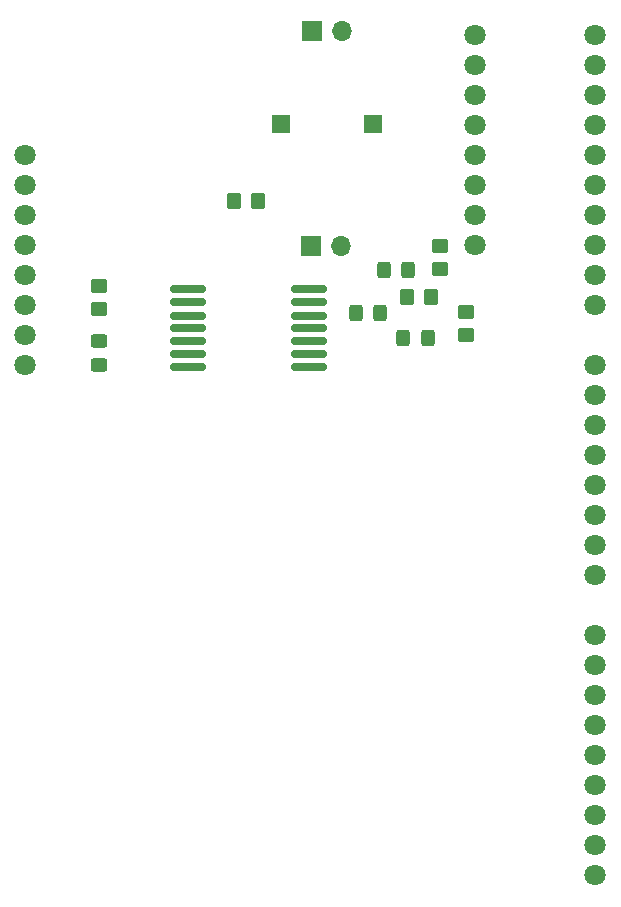
<source format=gbr>
%TF.GenerationSoftware,KiCad,Pcbnew,(6.0.4)*%
%TF.CreationDate,2022-07-09T16:45:46-05:00*%
%TF.ProjectId,BC805_nRF52_DK_shield_v002,42433830-355f-46e5-9246-35325f444b5f,rev?*%
%TF.SameCoordinates,Original*%
%TF.FileFunction,Soldermask,Top*%
%TF.FilePolarity,Negative*%
%FSLAX46Y46*%
G04 Gerber Fmt 4.6, Leading zero omitted, Abs format (unit mm)*
G04 Created by KiCad (PCBNEW (6.0.4)) date 2022-07-09 16:45:46*
%MOMM*%
%LPD*%
G01*
G04 APERTURE LIST*
G04 Aperture macros list*
%AMRoundRect*
0 Rectangle with rounded corners*
0 $1 Rounding radius*
0 $2 $3 $4 $5 $6 $7 $8 $9 X,Y pos of 4 corners*
0 Add a 4 corners polygon primitive as box body*
4,1,4,$2,$3,$4,$5,$6,$7,$8,$9,$2,$3,0*
0 Add four circle primitives for the rounded corners*
1,1,$1+$1,$2,$3*
1,1,$1+$1,$4,$5*
1,1,$1+$1,$6,$7*
1,1,$1+$1,$8,$9*
0 Add four rect primitives between the rounded corners*
20,1,$1+$1,$2,$3,$4,$5,0*
20,1,$1+$1,$4,$5,$6,$7,0*
20,1,$1+$1,$6,$7,$8,$9,0*
20,1,$1+$1,$8,$9,$2,$3,0*%
G04 Aperture macros list end*
%ADD10C,1.800000*%
%ADD11RoundRect,0.250000X-0.350000X-0.450000X0.350000X-0.450000X0.350000X0.450000X-0.350000X0.450000X0*%
%ADD12RoundRect,0.250000X0.325000X0.450000X-0.325000X0.450000X-0.325000X-0.450000X0.325000X-0.450000X0*%
%ADD13RoundRect,0.250000X0.350000X0.450000X-0.350000X0.450000X-0.350000X-0.450000X0.350000X-0.450000X0*%
%ADD14R,1.700000X1.700000*%
%ADD15O,1.700000X1.700000*%
%ADD16R,1.500000X1.500000*%
%ADD17RoundRect,0.250000X-0.450000X0.325000X-0.450000X-0.325000X0.450000X-0.325000X0.450000X0.325000X0*%
%ADD18RoundRect,0.175000X1.325000X0.175000X-1.325000X0.175000X-1.325000X-0.175000X1.325000X-0.175000X0*%
%ADD19RoundRect,0.250000X0.450000X-0.350000X0.450000X0.350000X-0.450000X0.350000X-0.450000X-0.350000X0*%
%ADD20RoundRect,0.250000X-0.450000X0.350000X-0.450000X-0.350000X0.450000X-0.350000X0.450000X0.350000X0*%
G04 APERTURE END LIST*
D10*
%TO.C,U1*%
X121600000Y-80490000D03*
X121600000Y-77950000D03*
X121600000Y-75410000D03*
X121600000Y-72870000D03*
X121600000Y-70330000D03*
X121600000Y-67790000D03*
X121600000Y-65250000D03*
X121600000Y-62710000D03*
X159700000Y-70330000D03*
X159700000Y-67790000D03*
X159700000Y-65250000D03*
X159700000Y-62710000D03*
X159700000Y-60170000D03*
X159700000Y-57630000D03*
X159700000Y-55090000D03*
X159700000Y-52550000D03*
X169860000Y-123670000D03*
X169860000Y-121130000D03*
X169860000Y-118590000D03*
X169860000Y-116050000D03*
X169860000Y-113510000D03*
X169860000Y-110970000D03*
X169860000Y-108430000D03*
X169860000Y-105890000D03*
X169860000Y-103350000D03*
X169860000Y-98270000D03*
X169860000Y-95730000D03*
X169860000Y-93190000D03*
X169860000Y-90650000D03*
X169860000Y-88110000D03*
X169860000Y-85570000D03*
X169860000Y-83030000D03*
X169860000Y-80490000D03*
X169860000Y-75410000D03*
X169860000Y-72870000D03*
X169860000Y-70330000D03*
X169860000Y-67790000D03*
X169860000Y-65250000D03*
X169860000Y-62710000D03*
X169860000Y-60170000D03*
X169860000Y-57630000D03*
X169860000Y-55090000D03*
X169860000Y-52550000D03*
%TD*%
D11*
%TO.C,R1*%
X139271600Y-66635000D03*
X141271600Y-66635000D03*
%TD*%
D12*
%TO.C,D2*%
X155654100Y-78235000D03*
X153604100Y-78235000D03*
%TD*%
%TO.C,D1*%
X154014100Y-72475000D03*
X151964100Y-72475000D03*
%TD*%
D13*
%TO.C,R4*%
X155911600Y-74785000D03*
X153911600Y-74785000D03*
%TD*%
D14*
%TO.C,J2*%
X145806600Y-70455000D03*
D15*
X148346600Y-70455000D03*
%TD*%
D16*
%TO.C,SW1*%
X151021600Y-60095000D03*
X143221600Y-60095000D03*
%TD*%
D17*
%TO.C,D4*%
X127811600Y-78442500D03*
X127811600Y-80492500D03*
%TD*%
D18*
%TO.C,U2*%
X145597600Y-80717000D03*
X145597600Y-79617000D03*
X145597600Y-78517000D03*
X145597600Y-77417000D03*
X145623595Y-76340938D03*
X145623595Y-75217000D03*
X145623595Y-74117000D03*
X135397600Y-74117000D03*
X135397600Y-75217000D03*
X135397600Y-76340938D03*
X135371605Y-77417000D03*
X135371605Y-78517000D03*
X135371605Y-79617000D03*
X135371605Y-80717000D03*
%TD*%
D12*
%TO.C,D3*%
X151606600Y-76075000D03*
X149556600Y-76075000D03*
%TD*%
D19*
%TO.C,R5*%
X127811600Y-75795000D03*
X127811600Y-73795000D03*
%TD*%
D20*
%TO.C,R2*%
X158861600Y-75985000D03*
X158861600Y-77985000D03*
%TD*%
D14*
%TO.C,J1*%
X145831600Y-52271000D03*
D15*
X148371600Y-52271000D03*
%TD*%
D20*
%TO.C,R3*%
X156661600Y-70415000D03*
X156661600Y-72415000D03*
%TD*%
M02*

</source>
